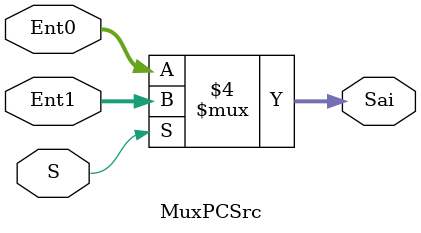
<source format=v>
module MuxPCSrc(input [7:0]Ent1, Ent0, input S, 
					  output reg[7:0] Sai);	
	always @*begin
		if(S == 0) begin
			Sai = Ent0;
		end	
		else	
			Sai = Ent1; 
	end
endmodule
</source>
